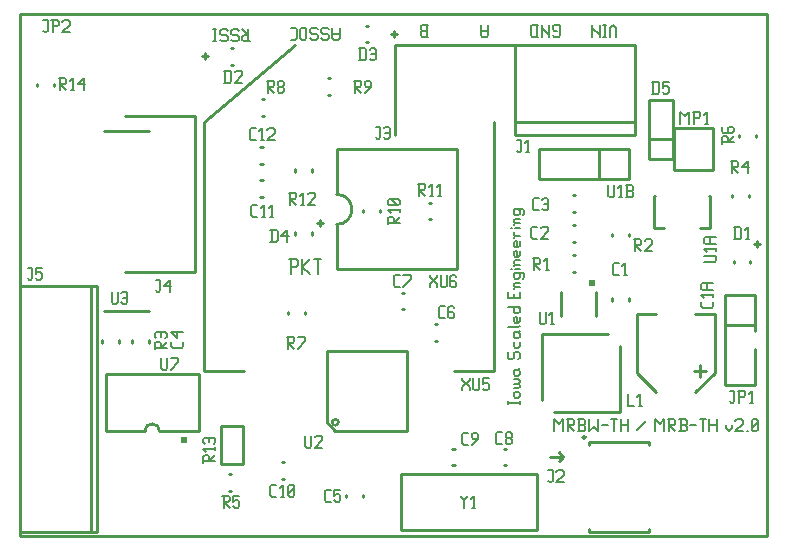
<source format=gbr>
G04 start of page 8 for group -4079 idx -4079 *
G04 Title: (unknown), topsilk *
G04 Creator: pcb 20110918 *
G04 CreationDate: Tue 05 Jan 2016 03:28:34 AM GMT UTC *
G04 For: railfan *
G04 Format: Gerber/RS-274X *
G04 PCB-Dimensions: 250000 175000 *
G04 PCB-Coordinate-Origin: lower left *
%MOIN*%
%FSLAX25Y25*%
%LNTOPSILK*%
%ADD113C,0.0080*%
%ADD112C,0.0100*%
%ADD111C,0.0001*%
G54D111*G36*
X190000Y86000D02*X192000D01*
Y84000D01*
X190000D01*
Y86000D01*
G37*
G36*
X54000Y33500D02*X56000D01*
Y31500D01*
X54000D01*
Y33500D01*
G37*
G54D112*X500Y174500D02*X249500D01*
X125000Y169000D02*Y167000D01*
X124000Y168000D02*X126000D01*
X249500Y500D02*X500D01*
X181500Y27000D02*X177000D01*
X181500D02*X180000Y28500D01*
X249500Y174500D02*Y500D01*
X246000Y99000D02*Y97000D01*
X245000Y98000D02*X247000D01*
X181500Y27000D02*X180000Y25500D01*
X500Y500D02*Y174500D01*
X99500Y105000D02*X101500D01*
X100500Y106000D02*Y104000D01*
X62000Y161500D02*Y159500D01*
X61000Y160500D02*X63000D01*
G54D113*X75000Y165500D02*X77000D01*
X75000D02*X74500Y166000D01*
Y167000D02*Y166000D01*
X75000Y167500D02*X74500Y167000D01*
X75000Y167500D02*X76500D01*
Y169500D02*Y165500D01*
Y167500D02*X74500Y169500D01*
X71300Y165500D02*X70800Y166000D01*
X71300Y165500D02*X72800D01*
X73300Y166000D02*X72800Y165500D01*
X73300Y167000D02*Y166000D01*
Y167000D02*X72800Y167500D01*
X71300D02*X72800D01*
X71300D02*X70800Y168000D01*
Y169000D02*Y168000D01*
X71300Y169500D02*X70800Y169000D01*
X71300Y169500D02*X72800D01*
X73300Y169000D02*X72800Y169500D01*
X67600Y165500D02*X67100Y166000D01*
X67600Y165500D02*X69100D01*
X69600Y166000D02*X69100Y165500D01*
X69600Y167000D02*Y166000D01*
Y167000D02*X69100Y167500D01*
X67600D02*X69100D01*
X67600D02*X67100Y168000D01*
Y169000D02*Y168000D01*
X67600Y169500D02*X67100Y169000D01*
X67600Y169500D02*X69100D01*
X69600Y169000D02*X69100Y169500D01*
X64900Y165500D02*X65900D01*
X65400Y169500D02*Y165500D01*
X64900Y169500D02*X65900D01*
X90610Y92866D02*Y87986D01*
X90000Y92866D02*X92440D01*
X93050Y92256D01*
Y91036D01*
X92440Y90426D02*X93050Y91036D01*
X90610Y90426D02*X92440D01*
X94514Y92866D02*Y87986D01*
Y90426D02*X96954Y92866D01*
X94514Y90426D02*X96954Y87986D01*
X98418Y92866D02*X100858D01*
X99638D02*Y87986D01*
X107000Y170000D02*Y166500D01*
X106500Y166000D01*
X105000D02*X106500D01*
X105000D02*X104500Y166500D01*
Y170000D02*Y166500D01*
Y168000D02*X107000D01*
X101300Y166000D02*X100800Y166500D01*
X101300Y166000D02*X102800D01*
X103300Y166500D02*X102800Y166000D01*
X103300Y167500D02*Y166500D01*
Y167500D02*X102800Y168000D01*
X101300D02*X102800D01*
X101300D02*X100800Y168500D01*
Y169500D02*Y168500D01*
X101300Y170000D02*X100800Y169500D01*
X101300Y170000D02*X102800D01*
X103300Y169500D02*X102800Y170000D01*
X97600Y166000D02*X97100Y166500D01*
X97600Y166000D02*X99100D01*
X99600Y166500D02*X99100Y166000D01*
X99600Y167500D02*Y166500D01*
Y167500D02*X99100Y168000D01*
X97600D02*X99100D01*
X97600D02*X97100Y168500D01*
Y169500D02*Y168500D01*
X97600Y170000D02*X97100Y169500D01*
X97600Y170000D02*X99100D01*
X99600Y169500D02*X99100Y170000D01*
X95900Y169500D02*Y166500D01*
X95400Y166000D01*
X94400D02*X95400D01*
X94400D02*X93900Y166500D01*
Y169500D02*Y166500D01*
X94400Y170000D02*X93900Y169500D01*
X94400Y170000D02*X95400D01*
X95900Y169500D02*X95400Y170000D01*
X90700D02*X92200D01*
X92700Y169500D02*X92200Y170000D01*
X92700Y169500D02*Y166500D01*
X92200Y166000D01*
X90700D02*X92200D01*
X156500Y171000D02*Y167500D01*
X156000Y167000D01*
X154500D02*X156000D01*
X154500D02*X154000Y167500D01*
Y171000D02*Y167500D01*
Y169000D02*X156500D01*
X134500Y171000D02*X136500D01*
X134500D02*X134000Y170500D01*
Y169500D01*
X134500Y169000D02*X134000Y169500D01*
X134500Y169000D02*X136000D01*
Y171000D02*Y167000D01*
X134500D02*X136500D01*
X134500D02*X134000Y167500D01*
Y168500D02*Y167500D01*
X134500Y169000D02*X134000Y168500D01*
X199000Y170000D02*Y167000D01*
Y170000D02*X198000Y171000D01*
X197000Y170000D01*
Y167000D01*
X194800D02*X195800D01*
X195300Y171000D02*Y167000D01*
X194800Y171000D02*X195800D01*
X193600D02*Y167000D01*
Y167500D02*Y167000D01*
Y167500D02*X191100Y170000D01*
Y171000D02*Y167000D01*
X178500D02*X178000Y167500D01*
X178500Y167000D02*X180000D01*
X180500Y167500D02*X180000Y167000D01*
X180500Y170500D02*Y167500D01*
Y170500D02*X180000Y171000D01*
X178500D02*X180000D01*
X178500D02*X178000Y170500D01*
Y169500D01*
X178500Y169000D02*X178000Y169500D01*
X178500Y169000D02*X179500D01*
X176800Y171000D02*Y167000D01*
Y167500D02*Y167000D01*
Y167500D02*X174300Y170000D01*
Y171000D02*Y167000D01*
X172600Y171000D02*Y167000D01*
X171100D02*X170600Y167500D01*
Y170500D02*Y167500D01*
X171100Y171000D02*X170600Y170500D01*
X171100Y171000D02*X173100D01*
X171100Y167000D02*X173100D01*
X163000Y45500D02*Y44500D01*
Y45000D02*X167000D01*
Y45500D02*Y44500D01*
X165500Y46700D02*X166500D01*
X165500D02*X165000Y47200D01*
Y48200D02*Y47200D01*
Y48200D02*X165500Y48700D01*
X166500D01*
X167000Y48200D02*X166500Y48700D01*
X167000Y48200D02*Y47200D01*
X166500Y46700D02*X167000Y47200D01*
X165000Y49900D02*X166500D01*
X167000Y50400D01*
Y50900D02*Y50400D01*
Y50900D02*X166500Y51400D01*
X165000D02*X166500D01*
X167000Y51900D01*
Y52400D02*Y51900D01*
Y52400D02*X166500Y52900D01*
X165000D02*X166500D01*
X165000Y55600D02*X165500Y56100D01*
X165000Y55600D02*Y54600D01*
X165500Y54100D02*X165000Y54600D01*
X165500Y54100D02*X166500D01*
X167000Y54600D01*
X165000Y56100D02*X166500D01*
X167000Y56600D01*
Y55600D02*Y54600D01*
Y55600D02*X166500Y56100D01*
X163000Y61600D02*X163500Y62100D01*
X163000Y61600D02*Y60100D01*
X163500Y59600D02*X163000Y60100D01*
X163500Y59600D02*X164500D01*
X165000Y60100D01*
Y61600D02*Y60100D01*
Y61600D02*X165500Y62100D01*
X166500D01*
X167000Y61600D02*X166500Y62100D01*
X167000Y61600D02*Y60100D01*
X166500Y59600D02*X167000Y60100D01*
X165000Y65300D02*Y63800D01*
X165500Y63300D02*X165000Y63800D01*
X165500Y63300D02*X166500D01*
X167000Y63800D01*
Y65300D02*Y63800D01*
X165000Y68000D02*X165500Y68500D01*
X165000Y68000D02*Y67000D01*
X165500Y66500D02*X165000Y67000D01*
X165500Y66500D02*X166500D01*
X167000Y67000D01*
X165000Y68500D02*X166500D01*
X167000Y69000D01*
Y68000D02*Y67000D01*
Y68000D02*X166500Y68500D01*
X163000Y70200D02*X166500D01*
X167000Y70700D01*
Y73700D02*Y72200D01*
X166500Y71700D02*X167000Y72200D01*
X165500Y71700D02*X166500D01*
X165500D02*X165000Y72200D01*
Y73200D02*Y72200D01*
Y73200D02*X165500Y73700D01*
X166000D02*Y71700D01*
X165500Y73700D02*X166000D01*
X163000Y76900D02*X167000D01*
Y76400D02*X166500Y76900D01*
X167000Y76400D02*Y75400D01*
X166500Y74900D02*X167000Y75400D01*
X165500Y74900D02*X166500D01*
X165500D02*X165000Y75400D01*
Y76400D02*Y75400D01*
Y76400D02*X165500Y76900D01*
X165000Y81400D02*Y79900D01*
X167000Y81900D02*Y79900D01*
X163000D02*X167000D01*
X163000Y81900D02*Y79900D01*
X165500Y83600D02*X167000D01*
X165500D02*X165000Y84100D01*
Y84600D02*Y84100D01*
Y84600D02*X165500Y85100D01*
X167000D01*
X165000Y83100D02*X165500Y83600D01*
X165000Y87800D02*X165500Y88300D01*
X165000Y87800D02*Y86800D01*
X165500Y86300D02*X165000Y86800D01*
X165500Y86300D02*X166500D01*
X167000Y86800D01*
Y87800D02*Y86800D01*
Y87800D02*X166500Y88300D01*
X168000Y86300D02*X168500Y86800D01*
Y87800D02*Y86800D01*
Y87800D02*X168000Y88300D01*
X165000D02*X168000D01*
X164000Y89500D02*X164500D01*
X165500D02*X167000D01*
X165500Y91000D02*X167000D01*
X165500D02*X165000Y91500D01*
Y92000D02*Y91500D01*
Y92000D02*X165500Y92500D01*
X167000D01*
X165000Y90500D02*X165500Y91000D01*
X167000Y95700D02*Y94200D01*
X166500Y93700D02*X167000Y94200D01*
X165500Y93700D02*X166500D01*
X165500D02*X165000Y94200D01*
Y95200D02*Y94200D01*
Y95200D02*X165500Y95700D01*
X166000D02*Y93700D01*
X165500Y95700D02*X166000D01*
X167000Y98900D02*Y97400D01*
X166500Y96900D02*X167000Y97400D01*
X165500Y96900D02*X166500D01*
X165500D02*X165000Y97400D01*
Y98400D02*Y97400D01*
Y98400D02*X165500Y98900D01*
X166000D02*Y96900D01*
X165500Y98900D02*X166000D01*
X165500Y100600D02*X167000D01*
X165500D02*X165000Y101100D01*
Y102100D02*Y101100D01*
Y100100D02*X165500Y100600D01*
X164000Y103300D02*X164500D01*
X165500D02*X167000D01*
X165500Y104800D02*X167000D01*
X165500D02*X165000Y105300D01*
Y105800D02*Y105300D01*
Y105800D02*X165500Y106300D01*
X167000D01*
X165000Y104300D02*X165500Y104800D01*
X165000Y109000D02*X165500Y109500D01*
X165000Y109000D02*Y108000D01*
X165500Y107500D02*X165000Y108000D01*
X165500Y107500D02*X166500D01*
X167000Y108000D01*
Y109000D02*Y108000D01*
Y109000D02*X166500Y109500D01*
X168000Y107500D02*X168500Y108000D01*
Y109000D02*Y108000D01*
Y109000D02*X168000Y109500D01*
X165000D02*X168000D01*
X178500Y39500D02*Y35500D01*
Y39500D02*X180000Y38000D01*
X181500Y39500D01*
Y35500D01*
X182700Y39500D02*X184700D01*
X185200Y39000D01*
Y38000D01*
X184700Y37500D02*X185200Y38000D01*
X183200Y37500D02*X184700D01*
X183200Y39500D02*Y35500D01*
Y37500D02*X185200Y35500D01*
X186400D02*X188400D01*
X188900Y36000D01*
Y37000D02*Y36000D01*
X188400Y37500D02*X188900Y37000D01*
X186900Y37500D02*X188400D01*
X186900Y39500D02*Y35500D01*
X186400Y39500D02*X188400D01*
X188900Y39000D01*
Y38000D01*
X188400Y37500D02*X188900Y38000D01*
X190100Y39500D02*Y35500D01*
X191600Y37000D01*
X193100Y35500D01*
Y39500D02*Y35500D01*
X194300Y37500D02*X196300D01*
X197500Y39500D02*X199500D01*
X198500D02*Y35500D01*
X200700Y39500D02*Y35500D01*
X203200Y39500D02*Y35500D01*
X200700Y37500D02*X203200D01*
X206200Y36000D02*X209200Y39000D01*
X212200Y39500D02*Y35500D01*
Y39500D02*X213700Y38000D01*
X215200Y39500D01*
Y35500D01*
X216400Y39500D02*X218400D01*
X218900Y39000D01*
Y38000D01*
X218400Y37500D02*X218900Y38000D01*
X216900Y37500D02*X218400D01*
X216900Y39500D02*Y35500D01*
Y37500D02*X218900Y35500D01*
X220100D02*X222100D01*
X222600Y36000D01*
Y37000D02*Y36000D01*
X222100Y37500D02*X222600Y37000D01*
X220600Y37500D02*X222100D01*
X220600Y39500D02*Y35500D01*
X220100Y39500D02*X222100D01*
X222600Y39000D01*
Y38000D01*
X222100Y37500D02*X222600Y38000D01*
X223800Y37500D02*X225800D01*
X227000Y39500D02*X229000D01*
X228000D02*Y35500D01*
X230200Y39500D02*Y35500D01*
X232700Y39500D02*Y35500D01*
X230200Y37500D02*X232700D01*
X235700D02*Y36500D01*
X236700Y35500D01*
X237700Y36500D01*
Y37500D02*Y36500D01*
X238900Y39000D02*X239400Y39500D01*
X240900D01*
X241400Y39000D01*
Y38000D01*
X238900Y35500D02*X241400Y38000D01*
X238900Y35500D02*X241400D01*
X242600D02*X243100D01*
X244300Y36000D02*X244800Y35500D01*
X244300Y39000D02*Y36000D01*
Y39000D02*X244800Y39500D01*
X245800D01*
X246300Y39000D01*
Y36000D01*
X245800Y35500D02*X246300Y36000D01*
X244800Y35500D02*X245800D01*
X244300Y36500D02*X246300Y38500D01*
G54D112*X95298Y75393D02*Y74607D01*
X89788Y75393D02*Y74607D01*
X27745Y65893D02*Y65107D01*
X33255Y65893D02*Y65107D01*
X43255Y65893D02*Y65107D01*
X37745Y65893D02*Y65107D01*
X87607Y19745D02*X88393D01*
X87607Y25255D02*X88393D01*
X74741Y37299D02*Y24701D01*
X67259D02*X74741D01*
X67259Y37299D02*Y24701D01*
Y37299D02*X74741D01*
X70107Y15745D02*X70893D01*
X70107Y21255D02*X70893D01*
X81107Y140745D02*X81893D01*
X81107Y146255D02*X81893D01*
X80564Y119255D02*X81350D01*
X80564Y113745D02*X81350D01*
X97755Y122893D02*Y122107D01*
X92245Y122893D02*Y122107D01*
X80564Y130255D02*X81350D01*
X80564Y124745D02*X81350D01*
X92245Y101893D02*Y101107D01*
X97755Y101893D02*Y101107D01*
X70607Y157745D02*X71393D01*
X70607Y163255D02*X71393D01*
X6245Y151393D02*Y150607D01*
X11755Y151393D02*Y150607D01*
X60000Y54500D02*Y35500D01*
X29000Y54500D02*X60000D01*
X29000D02*Y35500D01*
X47000D02*X60000D01*
X29000D02*X42000D01*
X47000D02*G75*G03X42000Y35500I-2500J0D01*G01*
X28500Y135500D02*X43500D01*
X28500Y75500D02*X43500D01*
X58800Y140500D02*Y88500D01*
X35500Y140500D02*X58800D01*
X35500Y88500D02*X58800D01*
X26000Y84000D02*X500D01*
X26000Y2000D02*X500D01*
X26000Y84000D02*Y2000D01*
X24000Y84000D02*Y2000D01*
X500Y84000D02*Y2000D01*
X200543Y64000D02*Y42000D01*
X178543D02*X200543D01*
X174543Y68000D02*Y46000D01*
Y68000D02*X196543D01*
X192441Y81937D02*Y74063D01*
X180629Y81937D02*Y74063D01*
X138607Y65745D02*X139393D01*
X138607Y71255D02*X139393D01*
X227000Y57500D02*Y53500D01*
X225000Y55500D02*X229000D01*
X231992Y55004D02*X225496Y48508D01*
X206008Y55004D02*X212504Y48508D01*
X231992Y74492D02*Y55004D01*
X206008Y74492D02*Y55004D01*
Y74492D02*X212504D01*
X225496D02*X231992D01*
X197788Y79893D02*Y79107D01*
X203298Y79893D02*Y79107D01*
X235500Y81000D02*Y51000D01*
X245500D01*
Y81000D02*X235500D01*
Y71000D02*X245500D01*
Y69000D02*Y81000D01*
Y51000D02*Y63000D01*
X238288Y92393D02*Y91607D01*
X243798Y92393D02*Y91607D01*
X190000Y32000D02*X210000D01*
Y2000D02*X190000D01*
X210000Y32000D02*Y31000D01*
Y2000D02*Y3000D01*
X190000Y2000D02*Y3000D01*
Y32000D02*Y31000D01*
X188000Y33500D02*G75*G03X188000Y33500I500J0D01*G01*
X106000Y129500D02*Y114500D01*
Y104500D02*Y89500D01*
Y129500D02*X146000D01*
Y89500D01*
X106000D02*X146000D01*
X106000Y104500D02*G75*G03X106000Y114500I0J5000D01*G01*
X120255Y109350D02*Y108564D01*
X114745Y109350D02*Y108564D01*
X127607Y76245D02*X128393D01*
X127607Y81755D02*X128393D01*
X61886Y138457D02*Y55465D01*
X158500Y138457D02*Y55465D01*
X61886D02*X75193D01*
X145193D02*X158500D01*
X61886Y138457D02*X92083Y164166D01*
X144564Y24245D02*X145350D01*
X144564Y29755D02*X145350D01*
X161607D02*X162393D01*
X161607Y24245D02*X162393D01*
X127362Y2650D02*X172638D01*
X127362Y21350D02*Y2650D01*
Y21350D02*X172638D01*
Y2650D01*
X114755Y14393D02*Y13607D01*
X109245Y14393D02*Y13607D01*
X105521Y35621D02*X102621Y38521D01*
X105521Y35621D02*X129379D01*
Y62379D02*Y35621D01*
X102621Y62379D02*X129379D01*
X102621D02*Y38521D01*
X105521Y37521D02*G75*G03X105521Y37521I0J1000D01*G01*
X184650Y114255D02*X185436D01*
X184650Y108745D02*X185436D01*
X184607Y104255D02*X185393D01*
X184607Y98745D02*X185393D01*
X193500Y119500D02*X203500D01*
X193500Y129500D02*Y119500D01*
X203500Y129500D02*Y119500D01*
X173500D02*X203500D01*
X173500Y129500D02*Y119500D01*
Y129500D02*X203500D01*
X136607Y106245D02*X137393D01*
X136607Y111755D02*X137393D01*
X184650Y88745D02*X185436D01*
X184650Y94255D02*X185436D01*
X197788Y101393D02*Y100607D01*
X203298Y101393D02*Y100607D01*
X243255Y114393D02*Y113607D01*
X237745Y114393D02*Y113607D01*
X211750Y113901D02*X211929D01*
X230071D02*X230250D01*
X211750Y103271D02*X215000D01*
X227000D02*X230250D01*
X211750Y113901D02*Y103271D01*
X230250Y113901D02*Y103271D01*
X165500Y164300D02*Y134300D01*
X205500Y164300D02*Y134300D01*
X165500Y138700D02*X205500D01*
X165500Y134300D02*X205500D01*
X165500Y164300D02*X205500D01*
X210000Y133000D02*X218000D01*
X210000Y145900D02*X218000D01*
X210000Y126200D02*X218000D01*
X210000Y145900D02*Y126200D01*
X218000Y145900D02*Y126200D01*
X240245Y134393D02*Y133607D01*
X245755Y134393D02*Y133607D01*
X125500Y164300D02*X165500D01*
Y134300D01*
X125500Y164300D02*Y134300D01*
X103107Y153255D02*X103893D01*
X103107Y147745D02*X103893D01*
X115607Y170755D02*X116393D01*
X115607Y165245D02*X116393D01*
X218500Y136500D02*Y122600D01*
X231300D01*
Y136500D02*Y122600D01*
X218500Y136500D02*X231300D01*
G54D113*X89350Y67107D02*X91350D01*
X91850Y66607D01*
Y65607D01*
X91350Y65107D02*X91850Y65607D01*
X89850Y65107D02*X91350D01*
X89850Y67107D02*Y63107D01*
Y65107D02*X91850Y63107D01*
X93050D02*X95550Y65607D01*
Y67107D02*Y65607D01*
X93050Y67107D02*X95550D01*
X45307Y64893D02*Y62893D01*
Y64893D02*X45807Y65393D01*
X46807D01*
X47307Y64893D02*X46807Y65393D01*
X47307Y64893D02*Y63393D01*
X45307D02*X49307D01*
X47307D02*X49307Y65393D01*
X45807Y66593D02*X45307Y67093D01*
Y68093D02*Y67093D01*
Y68093D02*X45807Y68593D01*
X48807D01*
X49307Y68093D02*X48807Y68593D01*
X49307Y68093D02*Y67093D01*
X48807Y66593D02*X49307Y67093D01*
X47307Y68593D02*Y67093D01*
X54850Y65350D02*Y63850D01*
X54350Y63350D02*X54850Y63850D01*
X51350Y63350D02*X54350D01*
X51350D02*X50850Y63850D01*
Y65350D02*Y63850D01*
X52850Y66550D02*X50850Y68550D01*
X52850Y69050D02*Y66550D01*
X50850Y68550D02*X54850D01*
X31000Y82000D02*Y78500D01*
X31500Y78000D01*
X32500D01*
X33000Y78500D01*
Y82000D02*Y78500D01*
X34200Y81500D02*X34700Y82000D01*
X35700D01*
X36200Y81500D01*
Y78500D01*
X35700Y78000D02*X36200Y78500D01*
X34700Y78000D02*X35700D01*
X34200Y78500D02*X34700Y78000D01*
Y80000D02*X36200D01*
X45657Y86000D02*X47157D01*
Y82500D01*
X46657Y82000D02*X47157Y82500D01*
X46157Y82000D02*X46657D01*
X45657Y82500D02*X46157Y82000D01*
X48357Y84000D02*X50357Y86000D01*
X48357Y84000D02*X50857D01*
X50357Y86000D02*Y82000D01*
X3000Y90000D02*X4500D01*
Y86500D01*
X4000Y86000D02*X4500Y86500D01*
X3500Y86000D02*X4000D01*
X3000Y86500D02*X3500Y86000D01*
X5700Y90000D02*X7700D01*
X5700D02*Y88000D01*
X6200Y88500D01*
X7200D01*
X7700Y88000D01*
Y86500D01*
X7200Y86000D02*X7700Y86500D01*
X6200Y86000D02*X7200D01*
X5700Y86500D02*X6200Y86000D01*
X82700Y152402D02*X84700D01*
X85200Y151902D01*
Y150902D01*
X84700Y150402D02*X85200Y150902D01*
X83200Y150402D02*X84700D01*
X83200Y152402D02*Y148402D01*
Y150402D02*X85200Y148402D01*
X86400Y148902D02*X86900Y148402D01*
X86400Y149902D02*Y148902D01*
Y149902D02*X86900Y150402D01*
X87900D01*
X88400Y149902D01*
Y148902D01*
X87900Y148402D02*X88400Y148902D01*
X86900Y148402D02*X87900D01*
X86400Y150902D02*X86900Y150402D01*
X86400Y151902D02*Y150902D01*
Y151902D02*X86900Y152402D01*
X87900D01*
X88400Y151902D01*
Y150902D01*
X87900Y150402D02*X88400Y150902D01*
X78000Y107000D02*X79500D01*
X77500Y107500D02*X78000Y107000D01*
X77500Y110500D02*Y107500D01*
Y110500D02*X78000Y111000D01*
X79500D01*
X81200Y107000D02*X82200D01*
X81700Y111000D02*Y107000D01*
X80700Y110000D02*X81700Y111000D01*
X83900Y107000D02*X84900D01*
X84400Y111000D02*Y107000D01*
X83400Y110000D02*X84400Y111000D01*
X90000Y115000D02*X92000D01*
X92500Y114500D01*
Y113500D01*
X92000Y113000D02*X92500Y113500D01*
X90500Y113000D02*X92000D01*
X90500Y115000D02*Y111000D01*
Y113000D02*X92500Y111000D01*
X94200D02*X95200D01*
X94700Y115000D02*Y111000D01*
X93700Y114000D02*X94700Y115000D01*
X96400Y114500D02*X96900Y115000D01*
X98400D01*
X98900Y114500D01*
Y113500D01*
X96400Y111000D02*X98900Y113500D01*
X96400Y111000D02*X98900D01*
X77500Y132500D02*X79000D01*
X77000Y133000D02*X77500Y132500D01*
X77000Y136000D02*Y133000D01*
Y136000D02*X77500Y136500D01*
X79000D01*
X80700Y132500D02*X81700D01*
X81200Y136500D02*Y132500D01*
X80200Y135500D02*X81200Y136500D01*
X82900Y136000D02*X83400Y136500D01*
X84900D01*
X85400Y136000D01*
Y135000D01*
X82900Y132500D02*X85400Y135000D01*
X82900Y132500D02*X85400D01*
X123000Y106500D02*Y104500D01*
Y106500D02*X123500Y107000D01*
X124500D01*
X125000Y106500D02*X124500Y107000D01*
X125000Y106500D02*Y105000D01*
X123000D02*X127000D01*
X125000D02*X127000Y107000D01*
Y109700D02*Y108700D01*
X123000Y109200D02*X127000D01*
X124000Y108200D02*X123000Y109200D01*
X126500Y110900D02*X127000Y111400D01*
X123500Y110900D02*X126500D01*
X123500D02*X123000Y111400D01*
Y112400D02*Y111400D01*
Y112400D02*X123500Y112900D01*
X126500D01*
X127000Y112400D02*X126500Y112900D01*
X127000Y112400D02*Y111400D01*
X126000Y110900D02*X124000Y112900D01*
X125479Y83650D02*X126979D01*
X124979Y84150D02*X125479Y83650D01*
X124979Y87150D02*Y84150D01*
Y87150D02*X125479Y87650D01*
X126979D01*
X128179Y83650D02*X130679Y86150D01*
Y87650D02*Y86150D01*
X128179Y87650D02*X130679D01*
X119000Y137000D02*X120500D01*
Y133500D01*
X120000Y133000D02*X120500Y133500D01*
X119500Y133000D02*X120000D01*
X119000Y133500D02*X119500Y133000D01*
X121700Y136500D02*X122200Y137000D01*
X123200D01*
X123700Y136500D01*
Y133500D01*
X123200Y133000D02*X123700Y133500D01*
X122200Y133000D02*X123200D01*
X121700Y133500D02*X122200Y133000D01*
Y135000D02*X123700D01*
X111700Y152402D02*X113700D01*
X114200Y151902D01*
Y150902D01*
X113700Y150402D02*X114200Y150902D01*
X112200Y150402D02*X113700D01*
X112200Y152402D02*Y148402D01*
Y150402D02*X114200Y148402D01*
X115400D02*X117400Y150402D01*
Y151902D02*Y150402D01*
X116900Y152402D02*X117400Y151902D01*
X115900Y152402D02*X116900D01*
X115400Y151902D02*X115900Y152402D01*
X115400Y151902D02*Y150902D01*
X115900Y150402D01*
X117400D01*
X84350Y102650D02*Y98650D01*
X85850Y102650D02*X86350Y102150D01*
Y99150D01*
X85850Y98650D02*X86350Y99150D01*
X83850Y98650D02*X85850D01*
X83850Y102650D02*X85850D01*
X87550Y100650D02*X89550Y102650D01*
X87550Y100650D02*X90050D01*
X89550Y102650D02*Y98650D01*
X113850Y163150D02*Y159150D01*
X115350Y163150D02*X115850Y162650D01*
Y159650D01*
X115350Y159150D02*X115850Y159650D01*
X113350Y159150D02*X115350D01*
X113350Y163150D02*X115350D01*
X117050Y162650D02*X117550Y163150D01*
X118550D01*
X119050Y162650D01*
Y159650D01*
X118550Y159150D02*X119050Y159650D01*
X117550Y159150D02*X118550D01*
X117050Y159650D02*X117550Y159150D01*
Y161150D02*X119050D01*
X68850Y155650D02*Y151650D01*
X70350Y155650D02*X70850Y155150D01*
Y152150D01*
X70350Y151650D02*X70850Y152150D01*
X68350Y151650D02*X70350D01*
X68350Y155650D02*X70350D01*
X72050Y155150D02*X72550Y155650D01*
X74050D01*
X74550Y155150D01*
Y154150D01*
X72050Y151650D02*X74550Y154150D01*
X72050Y151650D02*X74550D01*
X8100Y172500D02*X9600D01*
Y169000D01*
X9100Y168500D02*X9600Y169000D01*
X8600Y168500D02*X9100D01*
X8100Y169000D02*X8600Y168500D01*
X11300Y172500D02*Y168500D01*
X10800Y172500D02*X12800D01*
X13300Y172000D01*
Y171000D01*
X12800Y170500D02*X13300Y171000D01*
X11300Y170500D02*X12800D01*
X14500Y172000D02*X15000Y172500D01*
X16500D01*
X17000Y172000D01*
Y171000D01*
X14500Y168500D02*X17000Y171000D01*
X14500Y168500D02*X17000D01*
X13307Y153150D02*X15307D01*
X15807Y152650D01*
Y151650D01*
X15307Y151150D02*X15807Y151650D01*
X13807Y151150D02*X15307D01*
X13807Y153150D02*Y149150D01*
Y151150D02*X15807Y149150D01*
X17507D02*X18507D01*
X18007Y153150D02*Y149150D01*
X17007Y152150D02*X18007Y153150D01*
X19707Y151150D02*X21707Y153150D01*
X19707Y151150D02*X22207D01*
X21707Y153150D02*Y149150D01*
X203000Y48043D02*Y44043D01*
X205000D01*
X206700D02*X207700D01*
X207200Y48043D02*Y44043D01*
X206200Y47043D02*X207200Y48043D01*
X148264Y31107D02*X149764D01*
X147764Y31607D02*X148264Y31107D01*
X147764Y34607D02*Y31607D01*
Y34607D02*X148264Y35107D01*
X149764D01*
X150964Y31107D02*X152964Y33107D01*
Y34607D02*Y33107D01*
X152464Y35107D02*X152964Y34607D01*
X151464Y35107D02*X152464D01*
X150964Y34607D02*X151464Y35107D01*
X150964Y34607D02*Y33607D01*
X151464Y33107D01*
X152964D01*
X159565Y31193D02*X161065D01*
X159065Y31693D02*X159565Y31193D01*
X159065Y34693D02*Y31693D01*
Y34693D02*X159565Y35193D01*
X161065D01*
X162265Y31693D02*X162765Y31193D01*
X162265Y32693D02*Y31693D01*
Y32693D02*X162765Y33193D01*
X163765D01*
X164265Y32693D01*
Y31693D01*
X163765Y31193D02*X164265Y31693D01*
X162765Y31193D02*X163765D01*
X162265Y33693D02*X162765Y33193D01*
X162265Y34693D02*Y33693D01*
Y34693D02*X162765Y35193D01*
X163765D01*
X164265Y34693D01*
Y33693D01*
X163765Y33193D02*X164265Y33693D01*
X47500Y60000D02*Y56500D01*
X48000Y56000D01*
X49000D01*
X49500Y56500D01*
Y60000D02*Y56500D01*
X50700Y56000D02*X53200Y58500D01*
Y60000D02*Y58500D01*
X50700Y60000D02*X53200D01*
X61500Y27000D02*Y25000D01*
Y27000D02*X62000Y27500D01*
X63000D01*
X63500Y27000D02*X63000Y27500D01*
X63500Y27000D02*Y25500D01*
X61500D02*X65500D01*
X63500D02*X65500Y27500D01*
Y30200D02*Y29200D01*
X61500Y29700D02*X65500D01*
X62500Y28700D02*X61500Y29700D01*
X62000Y31400D02*X61500Y31900D01*
Y32900D02*Y31900D01*
Y32900D02*X62000Y33400D01*
X65000D01*
X65500Y32900D02*X65000Y33400D01*
X65500Y32900D02*Y31900D01*
X65000Y31400D02*X65500Y31900D01*
X63500Y33400D02*Y31900D01*
X84350Y13650D02*X85850D01*
X83850Y14150D02*X84350Y13650D01*
X83850Y17150D02*Y14150D01*
Y17150D02*X84350Y17650D01*
X85850D01*
X87550Y13650D02*X88550D01*
X88050Y17650D02*Y13650D01*
X87050Y16650D02*X88050Y17650D01*
X89750Y14150D02*X90250Y13650D01*
X89750Y17150D02*Y14150D01*
Y17150D02*X90250Y17650D01*
X91250D01*
X91750Y17150D01*
Y14150D01*
X91250Y13650D02*X91750Y14150D01*
X90250Y13650D02*X91250D01*
X89750Y14650D02*X91750Y16650D01*
X102500Y12000D02*X104000D01*
X102000Y12500D02*X102500Y12000D01*
X102000Y15500D02*Y12500D01*
Y15500D02*X102500Y16000D01*
X104000D01*
X105200D02*X107200D01*
X105200D02*Y14000D01*
X105700Y14500D01*
X106700D01*
X107200Y14000D01*
Y12500D01*
X106700Y12000D02*X107200Y12500D01*
X105700Y12000D02*X106700D01*
X105200Y12500D02*X105700Y12000D01*
X67850Y14064D02*X69850D01*
X70350Y13564D01*
Y12564D01*
X69850Y12064D02*X70350Y12564D01*
X68350Y12064D02*X69850D01*
X68350Y14064D02*Y10064D01*
Y12064D02*X70350Y10064D01*
X71550Y14064D02*X73550D01*
X71550D02*Y12064D01*
X72050Y12564D01*
X73050D01*
X73550Y12064D01*
Y10564D01*
X73050Y10064D02*X73550Y10564D01*
X72050Y10064D02*X73050D01*
X71550Y10564D02*X72050Y10064D01*
X95500Y34000D02*Y30500D01*
X96000Y30000D01*
X97000D01*
X97500Y30500D01*
Y34000D02*Y30500D01*
X98700Y33500D02*X99200Y34000D01*
X100700D01*
X101200Y33500D01*
Y32500D01*
X98700Y30000D02*X101200Y32500D01*
X98700Y30000D02*X101200D01*
X237000Y49000D02*X238500D01*
Y45500D01*
X238000Y45000D02*X238500Y45500D01*
X237500Y45000D02*X238000D01*
X237000Y45500D02*X237500Y45000D01*
X240200Y49000D02*Y45000D01*
X239700Y49000D02*X241700D01*
X242200Y48500D01*
Y47500D01*
X241700Y47000D02*X242200Y47500D01*
X240200Y47000D02*X241700D01*
X243900Y45000D02*X244900D01*
X244400Y49000D02*Y45000D01*
X243400Y48000D02*X244400Y49000D01*
X147752Y53193D02*Y52693D01*
X150252Y50193D01*
Y49193D01*
X147752Y50193D02*Y49193D01*
Y50193D02*X150252Y52693D01*
Y53193D02*Y52693D01*
X151452Y53193D02*Y49693D01*
X151952Y49193D01*
X152952D01*
X153452Y49693D01*
Y53193D02*Y49693D01*
X154652Y53193D02*X156652D01*
X154652D02*Y51193D01*
X155152Y51693D01*
X156152D01*
X156652Y51193D01*
Y49693D01*
X156152Y49193D02*X156652Y49693D01*
X155152Y49193D02*X156152D01*
X154652Y49693D02*X155152Y49193D01*
X147500Y14000D02*Y13500D01*
X148500Y12500D01*
X149500Y13500D01*
Y14000D02*Y13500D01*
X148500Y12500D02*Y10000D01*
X151200D02*X152200D01*
X151700Y14000D02*Y10000D01*
X150700Y13000D02*X151700Y14000D01*
X176500Y22500D02*X178000D01*
Y19000D01*
X177500Y18500D02*X178000Y19000D01*
X177000Y18500D02*X177500D01*
X176500Y19000D02*X177000Y18500D01*
X179200Y22000D02*X179700Y22500D01*
X181200D01*
X181700Y22000D01*
Y21000D01*
X179200Y18500D02*X181700Y21000D01*
X179200Y18500D02*X181700D01*
X171807Y109193D02*X173307D01*
X171307Y109693D02*X171807Y109193D01*
X171307Y112693D02*Y109693D01*
Y112693D02*X171807Y113193D01*
X173307D01*
X174507Y112693D02*X175007Y113193D01*
X176007D01*
X176507Y112693D01*
Y109693D01*
X176007Y109193D02*X176507Y109693D01*
X175007Y109193D02*X176007D01*
X174507Y109693D02*X175007Y109193D01*
Y111193D02*X176507D01*
X171307Y99693D02*X172807D01*
X170807Y100193D02*X171307Y99693D01*
X170807Y103193D02*Y100193D01*
Y103193D02*X171307Y103693D01*
X172807D01*
X174007Y103193D02*X174507Y103693D01*
X176007D01*
X176507Y103193D01*
Y102193D01*
X174007Y99693D02*X176507Y102193D01*
X174007Y99693D02*X176507D01*
X196500Y117500D02*Y114000D01*
X197000Y113500D01*
X198000D01*
X198500Y114000D01*
Y117500D02*Y114000D01*
X200200Y113500D02*X201200D01*
X200700Y117500D02*Y113500D01*
X199700Y116500D02*X200700Y117500D01*
X202400Y113500D02*X204400D01*
X204900Y114000D01*
Y115000D02*Y114000D01*
X204400Y115500D02*X204900Y115000D01*
X202900Y115500D02*X204400D01*
X202900Y117500D02*Y113500D01*
X202400Y117500D02*X204400D01*
X204900Y117000D01*
Y116000D01*
X204400Y115500D02*X204900Y116000D01*
X133000Y118000D02*X135000D01*
X135500Y117500D01*
Y116500D01*
X135000Y116000D02*X135500Y116500D01*
X133500Y116000D02*X135000D01*
X133500Y118000D02*Y114000D01*
Y116000D02*X135500Y114000D01*
X137200D02*X138200D01*
X137700Y118000D02*Y114000D01*
X136700Y117000D02*X137700Y118000D01*
X139900Y114000D02*X140900D01*
X140400Y118000D02*Y114000D01*
X139400Y117000D02*X140400Y118000D01*
X166000Y132500D02*X167500D01*
Y129000D01*
X167000Y128500D02*X167500Y129000D01*
X166500Y128500D02*X167000D01*
X166000Y129000D02*X166500Y128500D01*
X169200D02*X170200D01*
X169700Y132500D02*Y128500D01*
X168700Y131500D02*X169700Y132500D01*
X137000Y87500D02*Y87000D01*
X139500Y84500D01*
Y83500D01*
X137000Y84500D02*Y83500D01*
Y84500D02*X139500Y87000D01*
Y87500D02*Y87000D01*
X140700Y87500D02*Y84000D01*
X141200Y83500D01*
X142200D01*
X142700Y84000D01*
Y87500D02*Y84000D01*
X145400Y87500D02*X145900Y87000D01*
X144400Y87500D02*X145400D01*
X143900Y87000D02*X144400Y87500D01*
X143900Y87000D02*Y84000D01*
X144400Y83500D01*
X145400Y85500D02*X145900Y85000D01*
X143900Y85500D02*X145400D01*
X144400Y83500D02*X145400D01*
X145900Y84000D01*
Y85000D02*Y84000D01*
X231500Y78657D02*Y77157D01*
X231000Y76657D02*X231500Y77157D01*
X228000Y76657D02*X231000D01*
X228000D02*X227500Y77157D01*
Y78657D02*Y77157D01*
X231500Y81357D02*Y80357D01*
X227500Y80857D02*X231500D01*
X228500Y79857D02*X227500Y80857D01*
X228000Y82557D02*X231500D01*
X228000D02*X227500Y83057D01*
Y84557D02*Y83057D01*
Y84557D02*X228000Y85057D01*
X231500D01*
X229500D02*Y82557D01*
X171393Y93193D02*X173393D01*
X173893Y92693D01*
Y91693D01*
X173393Y91193D02*X173893Y91693D01*
X171893Y91193D02*X173393D01*
X171893Y93193D02*Y89193D01*
Y91193D02*X173893Y89193D01*
X175593D02*X176593D01*
X176093Y93193D02*Y89193D01*
X175093Y92193D02*X176093Y93193D01*
X198500Y87500D02*X200000D01*
X198000Y88000D02*X198500Y87500D01*
X198000Y91000D02*Y88000D01*
Y91000D02*X198500Y91500D01*
X200000D01*
X201700Y87500D02*X202700D01*
X202200Y91500D02*Y87500D01*
X201200Y90500D02*X202200Y91500D01*
X173611Y75220D02*Y71720D01*
X174111Y71220D01*
X175111D01*
X175611Y71720D01*
Y75220D02*Y71720D01*
X177311Y71220D02*X178311D01*
X177811Y75220D02*Y71220D01*
X176811Y74220D02*X177811Y75220D01*
X140436Y73150D02*X141936D01*
X139936Y73650D02*X140436Y73150D01*
X139936Y76650D02*Y73650D01*
Y76650D02*X140436Y77150D01*
X141936D01*
X144636D02*X145136Y76650D01*
X143636Y77150D02*X144636D01*
X143136Y76650D02*X143636Y77150D01*
X143136Y76650D02*Y73650D01*
X143636Y73150D01*
X144636Y75150D02*X145136Y74650D01*
X143136Y75150D02*X144636D01*
X143636Y73150D02*X144636D01*
X145136Y73650D01*
Y74650D02*Y73650D01*
X237255Y125607D02*X239255D01*
X239755Y125107D01*
Y124107D01*
X239255Y123607D02*X239755Y124107D01*
X237755Y123607D02*X239255D01*
X237755Y125607D02*Y121607D01*
Y123607D02*X239755Y121607D01*
X240955Y123607D02*X242955Y125607D01*
X240955Y123607D02*X243455D01*
X242955Y125607D02*Y121607D01*
X211500Y152000D02*Y148000D01*
X213000Y152000D02*X213500Y151500D01*
Y148500D01*
X213000Y148000D02*X213500Y148500D01*
X211000Y148000D02*X213000D01*
X211000Y152000D02*X213000D01*
X214700D02*X216700D01*
X214700D02*Y150000D01*
X215200Y150500D01*
X216200D01*
X216700Y150000D01*
Y148500D01*
X216200Y148000D02*X216700Y148500D01*
X215200Y148000D02*X216200D01*
X214700Y148500D02*X215200Y148000D01*
X234350Y133350D02*Y131350D01*
Y133350D02*X234850Y133850D01*
X235850D01*
X236350Y133350D02*X235850Y133850D01*
X236350Y133350D02*Y131850D01*
X234350D02*X238350D01*
X236350D02*X238350Y133850D01*
X234350Y136550D02*X234850Y137050D01*
X234350Y136550D02*Y135550D01*
X234850Y135050D02*X234350Y135550D01*
X234850Y135050D02*X237850D01*
X238350Y135550D01*
X236350Y136550D02*X236850Y137050D01*
X236350Y136550D02*Y135050D01*
X238350Y136550D02*Y135550D01*
Y136550D02*X237850Y137050D01*
X236850D02*X237850D01*
X220500Y142000D02*Y138000D01*
Y142000D02*X222000Y140500D01*
X223500Y142000D01*
Y138000D01*
X225200Y142000D02*Y138000D01*
X224700Y142000D02*X226700D01*
X227200Y141500D01*
Y140500D01*
X226700Y140000D02*X227200Y140500D01*
X225200Y140000D02*X226700D01*
X228900Y138000D02*X229900D01*
X229400Y142000D02*Y138000D01*
X228400Y141000D02*X229400Y142000D01*
X228558Y92010D02*X232058D01*
X232558Y92510D01*
Y93510D02*Y92510D01*
Y93510D02*X232058Y94010D01*
X228558D02*X232058D01*
X232558Y96710D02*Y95710D01*
X228558Y96210D02*X232558D01*
X229558Y95210D02*X228558Y96210D01*
X229058Y97910D02*X232558D01*
X229058D02*X228558Y98410D01*
Y99910D02*Y98410D01*
Y99910D02*X229058Y100410D01*
X232558D01*
X230558D02*Y97910D01*
X205000Y99500D02*X207000D01*
X207500Y99000D01*
Y98000D01*
X207000Y97500D02*X207500Y98000D01*
X205500Y97500D02*X207000D01*
X205500Y99500D02*Y95500D01*
Y97500D02*X207500Y95500D01*
X208700Y99000D02*X209200Y99500D01*
X210700D01*
X211200Y99000D01*
Y98000D01*
X208700Y95500D02*X211200Y98000D01*
X208700Y95500D02*X211200D01*
X238850Y103607D02*Y99607D01*
X240350Y103607D02*X240850Y103107D01*
Y100107D01*
X240350Y99607D02*X240850Y100107D01*
X238350Y99607D02*X240350D01*
X238350Y103607D02*X240350D01*
X242550Y99607D02*X243550D01*
X243050Y103607D02*Y99607D01*
X242050Y102607D02*X243050Y103607D01*
M02*

</source>
